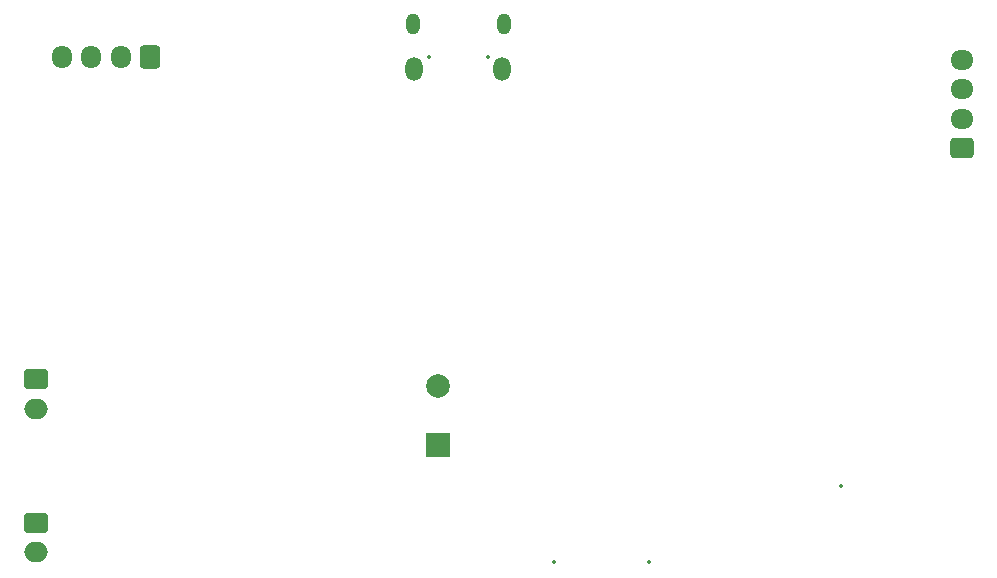
<source format=gbr>
%TF.GenerationSoftware,KiCad,Pcbnew,7.0.7*%
%TF.CreationDate,2024-05-31T17:05:06+03:00*%
%TF.ProjectId,hecatlon_raid_eye,68656361-746c-46f6-9e5f-726169645f65,rev?*%
%TF.SameCoordinates,Original*%
%TF.FileFunction,Copper,L2,Inr*%
%TF.FilePolarity,Positive*%
%FSLAX46Y46*%
G04 Gerber Fmt 4.6, Leading zero omitted, Abs format (unit mm)*
G04 Created by KiCad (PCBNEW 7.0.7) date 2024-05-31 17:05:06*
%MOMM*%
%LPD*%
G01*
G04 APERTURE LIST*
G04 Aperture macros list*
%AMRoundRect*
0 Rectangle with rounded corners*
0 $1 Rounding radius*
0 $2 $3 $4 $5 $6 $7 $8 $9 X,Y pos of 4 corners*
0 Add a 4 corners polygon primitive as box body*
4,1,4,$2,$3,$4,$5,$6,$7,$8,$9,$2,$3,0*
0 Add four circle primitives for the rounded corners*
1,1,$1+$1,$2,$3*
1,1,$1+$1,$4,$5*
1,1,$1+$1,$6,$7*
1,1,$1+$1,$8,$9*
0 Add four rect primitives between the rounded corners*
20,1,$1+$1,$2,$3,$4,$5,0*
20,1,$1+$1,$4,$5,$6,$7,0*
20,1,$1+$1,$6,$7,$8,$9,0*
20,1,$1+$1,$8,$9,$2,$3,0*%
G04 Aperture macros list end*
%TA.AperFunction,ComponentPad*%
%ADD10RoundRect,0.250000X-0.750000X0.600000X-0.750000X-0.600000X0.750000X-0.600000X0.750000X0.600000X0*%
%TD*%
%TA.AperFunction,ComponentPad*%
%ADD11O,2.000000X1.700000*%
%TD*%
%TA.AperFunction,ComponentPad*%
%ADD12O,1.150000X1.800000*%
%TD*%
%TA.AperFunction,ComponentPad*%
%ADD13O,1.450000X2.000000*%
%TD*%
%TA.AperFunction,ComponentPad*%
%ADD14R,2.000000X2.000000*%
%TD*%
%TA.AperFunction,ComponentPad*%
%ADD15C,2.000000*%
%TD*%
%TA.AperFunction,ComponentPad*%
%ADD16RoundRect,0.250000X0.725000X-0.600000X0.725000X0.600000X-0.725000X0.600000X-0.725000X-0.600000X0*%
%TD*%
%TA.AperFunction,ComponentPad*%
%ADD17O,1.950000X1.700000*%
%TD*%
%TA.AperFunction,ComponentPad*%
%ADD18RoundRect,0.250000X0.600000X0.725000X-0.600000X0.725000X-0.600000X-0.725000X0.600000X-0.725000X0*%
%TD*%
%TA.AperFunction,ComponentPad*%
%ADD19O,1.700000X1.950000*%
%TD*%
%ADD20C,0.350000*%
%ADD21O,0.550000X1.200000*%
%ADD22O,0.850000X1.400000*%
G04 APERTURE END LIST*
D10*
%TO.N,Net-(D5-A)*%
%TO.C,J6*%
X183800000Y-87650000D03*
D11*
%TO.N,GND*%
X183800000Y-90150000D03*
%TD*%
D12*
%TO.N,GND*%
%TO.C,J5*%
X223475000Y-45450000D03*
D13*
X223325000Y-49250000D03*
X215875000Y-49250000D03*
D12*
X215725000Y-45450000D03*
%TD*%
D10*
%TO.N,Net-(J3-Pin_1)*%
%TO.C,J3*%
X183800000Y-75500000D03*
D11*
%TO.N,Net-(D5-K)*%
X183800000Y-78000000D03*
%TD*%
D14*
%TO.N,VDD*%
%TO.C,BZ1*%
X217900000Y-81100000D03*
D15*
%TO.N,Net-(BZ1-+)*%
X217900000Y-76100000D03*
%TD*%
D16*
%TO.N,+3.3V*%
%TO.C,J1*%
X262200000Y-55950000D03*
D17*
%TO.N,/UART_RXD0*%
X262200000Y-53450000D03*
%TO.N,/UART_TXD0*%
X262200000Y-50950000D03*
%TO.N,GND*%
X262200000Y-48450000D03*
%TD*%
D18*
%TO.N,+3.3V*%
%TO.C,J2*%
X193500000Y-48200000D03*
D19*
%TO.N,SW_CLK*%
X191000000Y-48200000D03*
%TO.N,SW_DIO*%
X188500000Y-48200000D03*
%TO.N,GND*%
X186000000Y-48200000D03*
%TD*%
D20*
X251964000Y-84574000D03*
X183800000Y-87650000D03*
X183800000Y-90150000D03*
X222100000Y-48200000D03*
X217100000Y-48200000D03*
D21*
X223475000Y-45450000D03*
D22*
X223325000Y-49250000D03*
X215875000Y-49250000D03*
D21*
X215725000Y-45450000D03*
D20*
X183800000Y-75500000D03*
X183800000Y-78000000D03*
X217900000Y-81100000D03*
X217900000Y-76100000D03*
X262200000Y-55950000D03*
X262200000Y-53450000D03*
X262200000Y-50950000D03*
X262200000Y-48450000D03*
X193500000Y-48200000D03*
X191000000Y-48200000D03*
X188500000Y-48200000D03*
X186000000Y-48200000D03*
X235725000Y-91000000D03*
X227725000Y-91000000D03*
M02*

</source>
